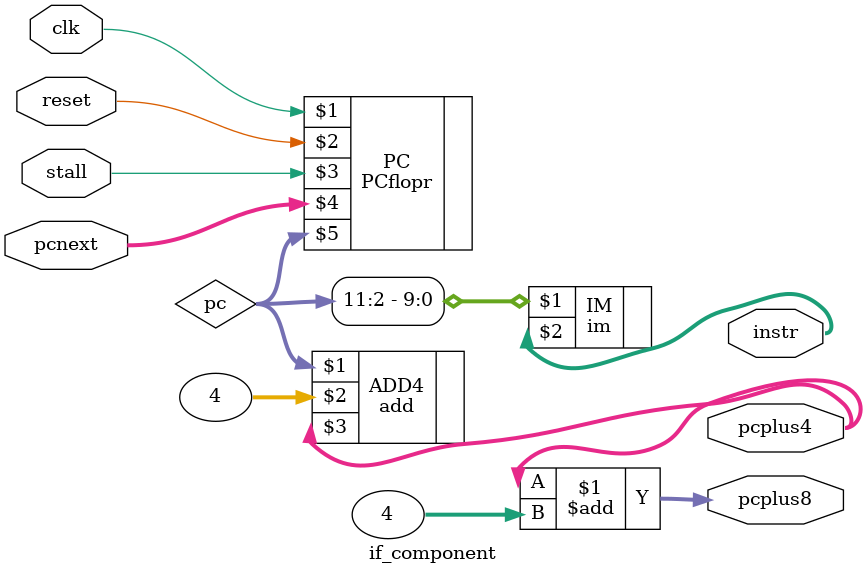
<source format=v>
`timescale 1ns / 1ps
module if_component(
	 input clk,
	 input reset,
	 input stall,
    input [31:0] pcnext,
    output [31:0] instr,
    output [31:0] pcplus4,
    output [31:0] pcplus8
    );
	 
	 wire [31:0] pc;
	 wire [31:0] pcNext;
	 
	 PCflopr PC(clk, reset, stall, pcnext, pc);
	 im IM(pc[11:2], instr);
	 add ADD4(pc, 32'b100, pcplus4);
	 assign pcplus8 = pcplus4 + 4;
	 

endmodule

</source>
